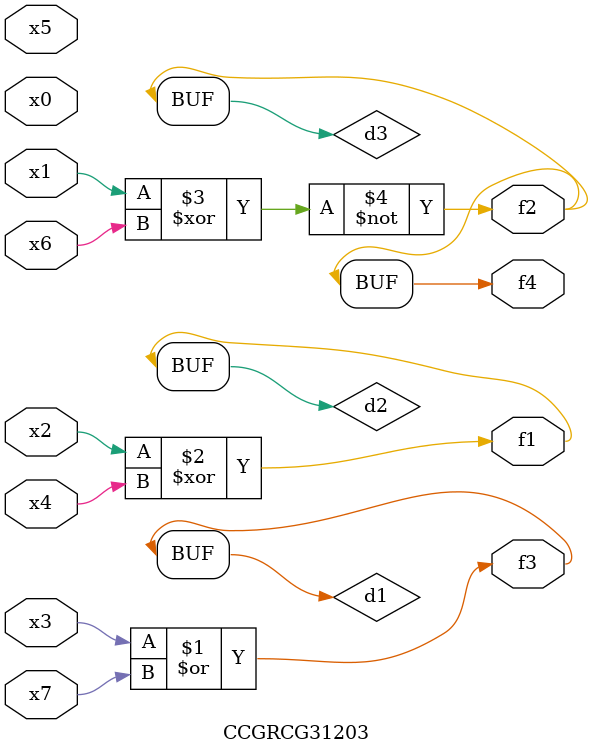
<source format=v>
module CCGRCG31203(
	input x0, x1, x2, x3, x4, x5, x6, x7,
	output f1, f2, f3, f4
);

	wire d1, d2, d3;

	or (d1, x3, x7);
	xor (d2, x2, x4);
	xnor (d3, x1, x6);
	assign f1 = d2;
	assign f2 = d3;
	assign f3 = d1;
	assign f4 = d3;
endmodule

</source>
